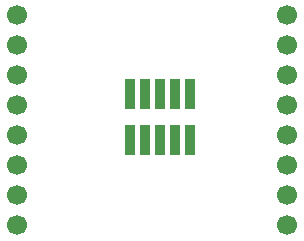
<source format=gbr>
G04 DipTrace 3.1.0.1*
G04 BottomMask.gbr*
%MOIN*%
G04 #@! TF.FileFunction,Soldermask,Bot*
G04 #@! TF.Part,Single*
%ADD28R,0.037795X0.102362*%
%ADD34C,0.066929*%
%FSLAX26Y26*%
G04*
G70*
G90*
G75*
G01*
G04 BotMask*
%LPD*%
D34*
X1343648Y1143659D3*
Y1043659D3*
Y943659D3*
Y843659D3*
Y743659D3*
Y643659D3*
Y543659D3*
Y443659D3*
X443648D3*
Y543659D3*
Y643659D3*
Y743659D3*
Y843659D3*
Y943659D3*
Y1043659D3*
Y1143659D3*
D28*
X918648Y881159D3*
X968648D3*
X1018648D3*
X868648D3*
X818648D3*
X918648Y727615D3*
X968648D3*
X1018648D3*
X868648D3*
X818648D3*
M02*

</source>
